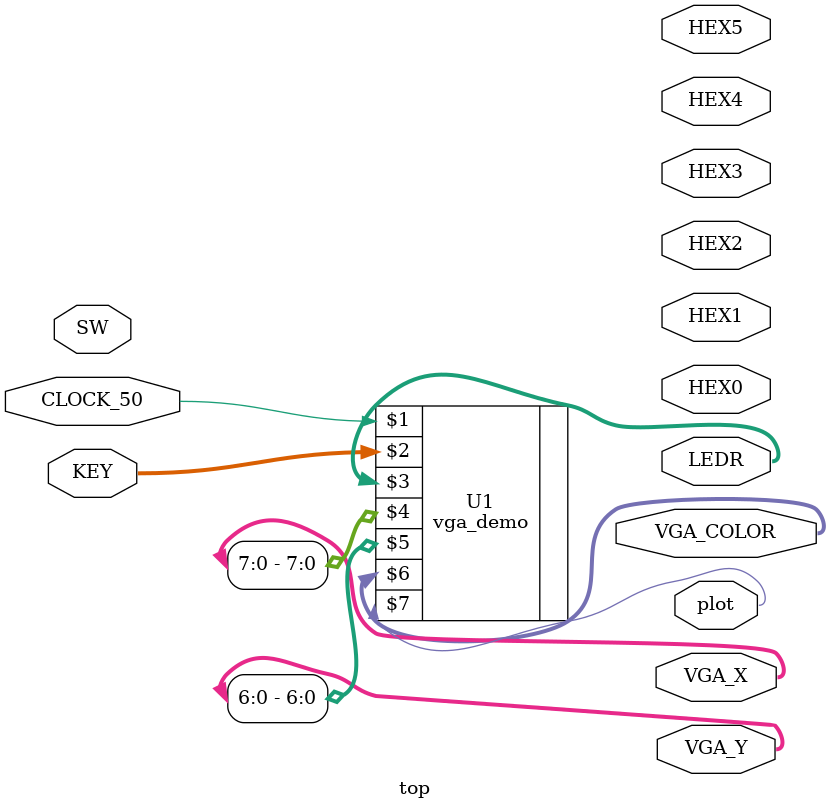
<source format=v>
module top (CLOCK_50, SW, KEY, HEX0, HEX1, HEX2, HEX3, HEX4, HEX5, LEDR, VGA_X, VGA_Y, VGA_COLOR, plot);

    input CLOCK_50;             // DE-series 50 MHz clock signal
    input wire [9:0] SW;        // DE-series switches
    input wire [3:0] KEY;       // DE-series pushbuttons

    output wire [6:0] HEX0;     // DE-series HEX displays
    output wire [6:0] HEX1;
    output wire [6:0] HEX2;
    output wire [6:0] HEX3;
    output wire [6:0] HEX4;
    output wire [6:0] HEX5;

    output wire [9:0] LEDR;     // DE-series LEDs   
    output wire [9:0] VGA_X;
    output wire [8:0] VGA_Y;
    output wire [23:0] VGA_COLOR;
    output wire plot;

    // The VGA resolution, which can be set to "640x480", "320x240", or "160x120"
    parameter RESOLUTION = "160x120";
    parameter COLOR_DEPTH = 9; // Can be set to 9, 6, or 3
    // VGA x bitwidth
    parameter n = (RESOLUTION == "640x480") ? 10 : ((RESOLUTION == "320x240") ? 9 : 8);

    vga_demo U1 (CLOCK_50, KEY, LEDR, VGA_X[n-1:0], VGA_Y[n-2:0], VGA_COLOR, plot);
        defparam U1.RESOLUTION = RESOLUTION;
        defparam U1.COLOR_DEPTH = COLOR_DEPTH;

endmodule


</source>
